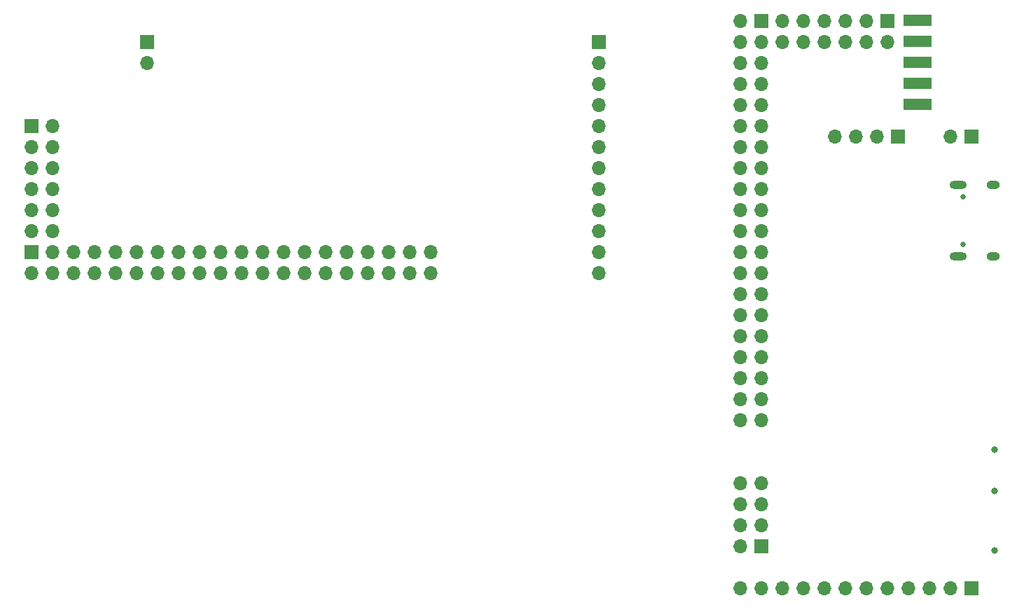
<source format=gbr>
%TF.GenerationSoftware,KiCad,Pcbnew,(5.1.9)-1*%
%TF.CreationDate,2021-03-10T22:07:46+01:00*%
%TF.ProjectId,poly_kb,706f6c79-5f6b-4622-9e6b-696361645f70,rev?*%
%TF.SameCoordinates,Original*%
%TF.FileFunction,Soldermask,Bot*%
%TF.FilePolarity,Negative*%
%FSLAX46Y46*%
G04 Gerber Fmt 4.6, Leading zero omitted, Abs format (unit mm)*
G04 Created by KiCad (PCBNEW (5.1.9)-1) date 2021-03-10 22:07:46*
%MOMM*%
%LPD*%
G01*
G04 APERTURE LIST*
%ADD10O,1.700000X1.700000*%
%ADD11R,1.700000X1.700000*%
%ADD12R,3.500000X1.400000*%
%ADD13C,0.800000*%
%ADD14O,2.100000X1.000000*%
%ADD15C,0.650000*%
%ADD16O,1.600000X1.000000*%
G04 APERTURE END LIST*
D10*
%TO.C,J10*%
X445770000Y-184658000D03*
X443230000Y-184658000D03*
X445770000Y-182118000D03*
X443230000Y-182118000D03*
X445770000Y-179578000D03*
X443230000Y-179578000D03*
X445770000Y-177038000D03*
X443230000Y-177038000D03*
X445770000Y-174498000D03*
X443230000Y-174498000D03*
X445770000Y-171958000D03*
D11*
X443230000Y-171958000D03*
%TD*%
D10*
%TO.C,J12*%
X491490000Y-189738000D03*
X491490000Y-187198000D03*
X488950000Y-189738000D03*
X488950000Y-187198000D03*
X486410000Y-189738000D03*
X486410000Y-187198000D03*
X483870000Y-189738000D03*
X483870000Y-187198000D03*
X481330000Y-189738000D03*
X481330000Y-187198000D03*
X478790000Y-189738000D03*
X478790000Y-187198000D03*
X476250000Y-189738000D03*
X476250000Y-187198000D03*
X473710000Y-189738000D03*
X473710000Y-187198000D03*
X471170000Y-189738000D03*
X471170000Y-187198000D03*
X468630000Y-189738000D03*
X468630000Y-187198000D03*
X466090000Y-189738000D03*
X466090000Y-187198000D03*
X463550000Y-189738000D03*
X463550000Y-187198000D03*
X461010000Y-189738000D03*
X461010000Y-187198000D03*
X458470000Y-189738000D03*
X458470000Y-187198000D03*
X455930000Y-189738000D03*
X455930000Y-187198000D03*
X453390000Y-189738000D03*
X453390000Y-187198000D03*
X450850000Y-189738000D03*
X450850000Y-187198000D03*
X448310000Y-189738000D03*
X448310000Y-187198000D03*
X445770000Y-189738000D03*
X445770000Y-187198000D03*
X443230000Y-189738000D03*
D11*
X443230000Y-187198000D03*
%TD*%
D10*
%TO.C,J11*%
X511810000Y-189738000D03*
X511810000Y-187198000D03*
X511810000Y-184658000D03*
X511810000Y-182118000D03*
X511810000Y-179578000D03*
X511810000Y-177038000D03*
X511810000Y-174498000D03*
X511810000Y-171958000D03*
X511810000Y-169418000D03*
X511810000Y-166878000D03*
X511810000Y-164338000D03*
D11*
X511810000Y-161798000D03*
%TD*%
%TO.C,J9*%
X457200000Y-161798000D03*
D10*
X457200000Y-164338000D03*
%TD*%
%TO.C,J8*%
X554355000Y-173228000D03*
D11*
X556895000Y-173228000D03*
%TD*%
D10*
%TO.C,J3*%
X534035000Y-161798000D03*
X534035000Y-159258000D03*
X536575000Y-161798000D03*
X536575000Y-159258000D03*
X539115000Y-161798000D03*
X539115000Y-159258000D03*
X541655000Y-161798000D03*
X541655000Y-159258000D03*
X544195000Y-161798000D03*
X544195000Y-159258000D03*
X546735000Y-161798000D03*
D11*
X546735000Y-159258000D03*
%TD*%
D12*
%TO.C,J1*%
X550358000Y-169291000D03*
X550358000Y-166751000D03*
X550358000Y-164211000D03*
X550358000Y-161671000D03*
X550358000Y-159131000D03*
%TD*%
D13*
%TO.C,SW3*%
X559689000Y-223266000D03*
%TD*%
%TO.C,SW2*%
X559689000Y-211074000D03*
%TD*%
%TO.C,SW1*%
X559689000Y-216027000D03*
%TD*%
D10*
%TO.C,J5*%
X528955000Y-215138000D03*
X531495000Y-215138000D03*
X528955000Y-217678000D03*
X531495000Y-217678000D03*
X528955000Y-220218000D03*
X531495000Y-220218000D03*
X528955000Y-222758000D03*
D11*
X531495000Y-222758000D03*
%TD*%
D10*
%TO.C,J6*%
X540385000Y-173228000D03*
X542925000Y-173228000D03*
X545465000Y-173228000D03*
D11*
X548005000Y-173228000D03*
%TD*%
D14*
%TO.C,J2*%
X555289000Y-179068000D03*
X555289000Y-187708000D03*
D15*
X555819000Y-186278000D03*
D16*
X559469000Y-187708000D03*
D15*
X555819000Y-180498000D03*
D16*
X559469000Y-179068000D03*
%TD*%
D10*
%TO.C,J7*%
X528955000Y-207518000D03*
X531495000Y-207518000D03*
X528955000Y-204978000D03*
X531495000Y-204978000D03*
X528955000Y-202438000D03*
X531495000Y-202438000D03*
X528955000Y-199898000D03*
X531495000Y-199898000D03*
X528955000Y-197358000D03*
X531495000Y-197358000D03*
X528955000Y-194818000D03*
X531495000Y-194818000D03*
X528955000Y-192278000D03*
X531495000Y-192278000D03*
X528955000Y-189738000D03*
X531495000Y-189738000D03*
X528955000Y-187198000D03*
X531495000Y-187198000D03*
X528955000Y-184658000D03*
X531495000Y-184658000D03*
X528955000Y-182118000D03*
X531495000Y-182118000D03*
X528955000Y-179578000D03*
X531495000Y-179578000D03*
X528955000Y-177038000D03*
X531495000Y-177038000D03*
X528955000Y-174498000D03*
X531495000Y-174498000D03*
X528955000Y-171958000D03*
X531495000Y-171958000D03*
X528955000Y-169418000D03*
X531495000Y-169418000D03*
X528955000Y-166878000D03*
X531495000Y-166878000D03*
X528955000Y-164338000D03*
X531495000Y-164338000D03*
X528955000Y-161798000D03*
X531495000Y-161798000D03*
X528955000Y-159258000D03*
D11*
X531495000Y-159258000D03*
%TD*%
D10*
%TO.C,J4*%
X528955000Y-227838000D03*
X531495000Y-227838000D03*
X534035000Y-227838000D03*
X536575000Y-227838000D03*
X539115000Y-227838000D03*
X541655000Y-227838000D03*
X544195000Y-227838000D03*
X546735000Y-227838000D03*
X549275000Y-227838000D03*
X551815000Y-227838000D03*
X554355000Y-227838000D03*
D11*
X556895000Y-227838000D03*
%TD*%
M02*

</source>
